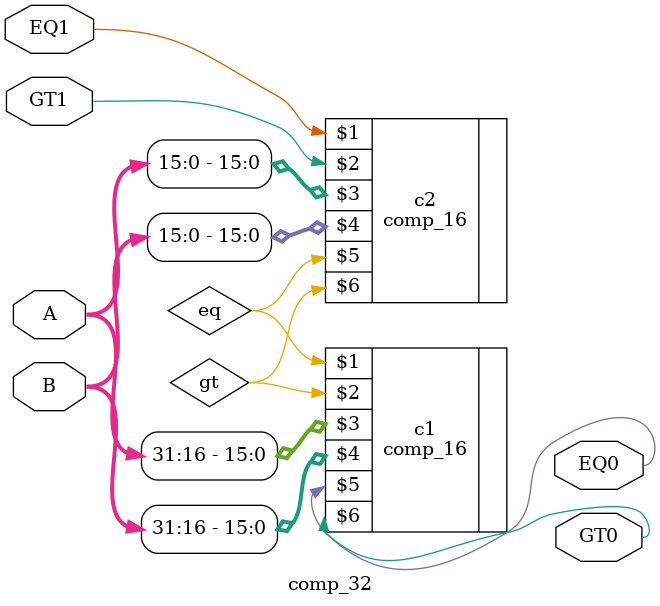
<source format=v>
module comp_32(EQ1, GT1, A, B, EQ0, GT0);
    input EQ1, GT1;
    input [31:0] A, B;
    output EQ0, GT0;

    wire eq, gt;
    comp_16 c1(eq, gt, A[31:16], B[31:16], EQ0, GT0);
    comp_16 c2(EQ1, GT1, A[15:0], B[15:0], eq, gt);
endmodule
</source>
